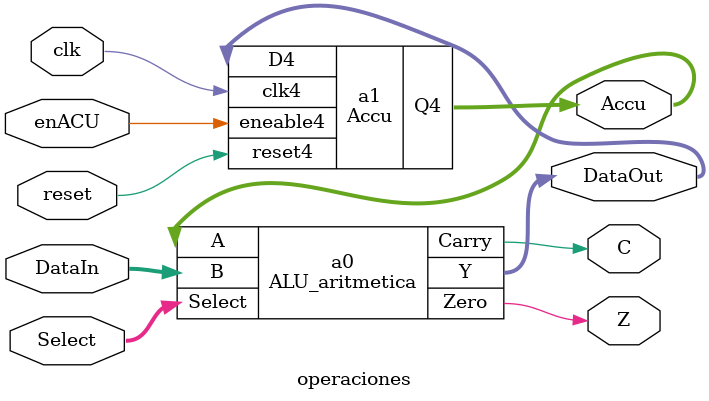
<source format=v>
module Accu(input wire [3:0]D4, input wire eneable4, reset4, clk4, output reg [3:0]Q4);
  always @ (posedge clk4, posedge reset4) begin
    if (reset4) Q4 <= 0;
    else if (eneable4) begin
        Q4 <= D4;
    end
  end
endmodule //Es parecido a un FlipFlop tipo D de cuatro bits (descrito en el archi-
          //vo "Modulos_auxiliares.v") de entrada y salida, si el bit eneable esta
          //en uno deja pasar la entrada D y si reset esta en uno limpia la salida.
//******************************************************************************
module ALU_aritmetica(input wire [3:0] A,B, input wire [2:0] Select,
                      output wire Zero, Carry, output wire [3:0]Y); //B corresponde a la
                      //salida del ACU.
  reg [4:0] Oprnd;
  assign Zero = ~(Y[3]|Y[2]|Y[1]|Y[0]); //Solo si todos los bits son cero, Zero esta en 1.
  assign Carry = Oprnd[4]; //Se enciende solo si el quinto bit de Oprnd es 1.
  assign Y = Oprnd[3:0];
  always @ (A, B, Select) begin // siempre que cambie control, A o B.
    case (Select)
      3'b000: Oprnd <= A; //Deja pasar A
      3'b001: Oprnd <= A-B; //Resta A con B, tambien sirve para saber si A > B
      3'b010: Oprnd <= B; //Deja pasar B
      3'b011: Oprnd <= A+B; //Adiciona A con B
      3'b100: Oprnd <= {1'b0, ~(A & B)}; //NAND de A y B
      default: Oprnd <= 0;
    endcase
  end
endmodule
//******************************************************************************
module operaciones(input [3:0]DataIn, input [2:0] Select, input clk, reset, enACU,
                    output wire [3:0] DataOut, Accu, output wire Z, C);
  ALU_aritmetica a0(Accu, DataIn, Select, Z, C, DataOut);
  Accu a1(DataOut, enACU, reset, clk, Accu);
endmodule //En este modulo se conecta tanto la ALU como el acumulador. Teniendo
          //como salida de la ALU, la entrada de tanto un bus driver como del
          //acumulador. Como salida del acumulador esta la entrada A de la ALU.

</source>
